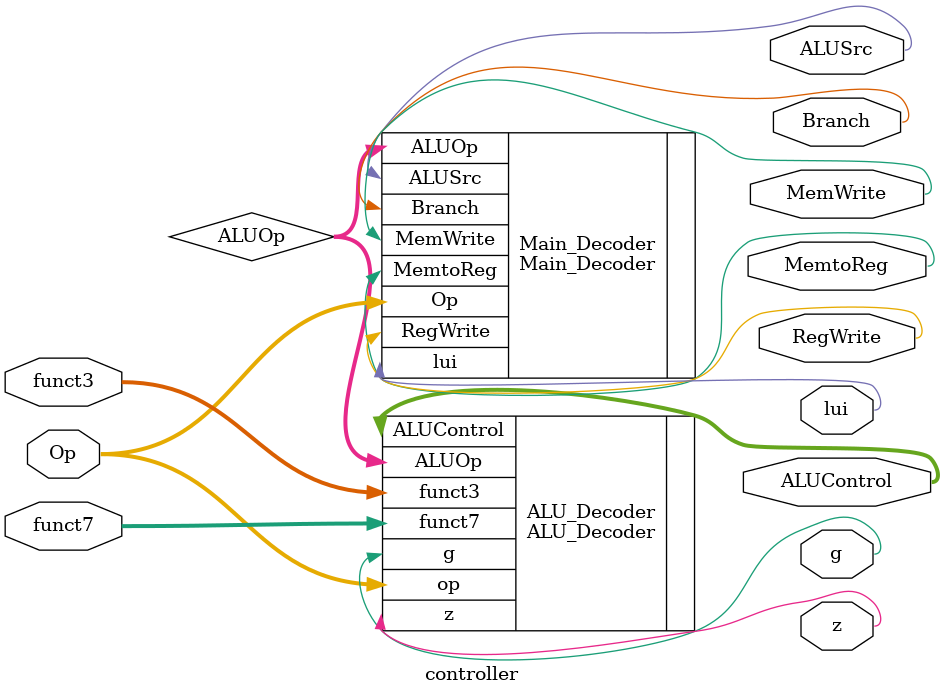
<source format=v>
`timescale 1ns / 1ps

module controller(
        input [6:0]Op,funct7,
        input [2:0]funct3,
        output RegWrite,MemtoReg,MemWrite,ALUSrc,Branch,
        output [2:0]ALUControl,
        output lui,z,g
    );

    wire [1:0]ALUOp;

    Main_Decoder Main_Decoder(
                .Op(Op),
                .RegWrite(RegWrite),
                .MemWrite(MemWrite),
                .MemtoReg(MemtoReg),
                .Branch(Branch),
                .ALUSrc(ALUSrc),
                .lui(lui),
                .ALUOp(ALUOp)
    );

    ALU_Decoder ALU_Decoder(
                 .ALUOp(ALUOp),
                 .funct3(funct3),
                 .funct7(funct7),
                 .op(Op),
                 .ALUControl(ALUControl),
                 .z(z),
                 .g(g)
    );


endmodule

</source>
